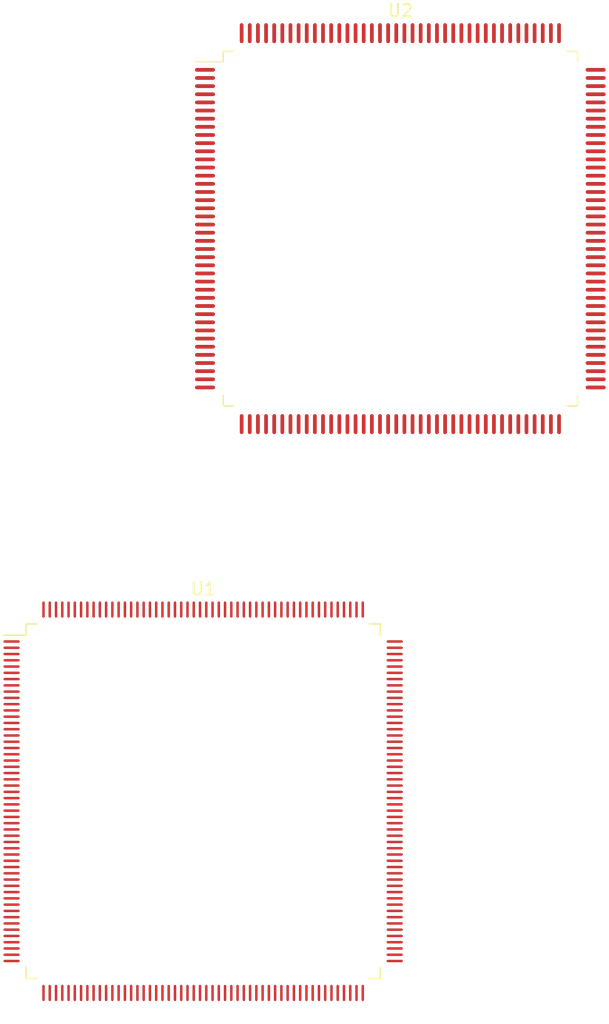
<source format=kicad_pcb>
(kicad_pcb (version 20241229) (generator "pcbnew") (generator_version "9.0")
  (layers (0 "F.Cu" signal) (2 "B.Cu" signal) (13 "F.Paste" user) (15 "B.Paste" user) (5 "F.SilkS" user "F.Silkscreen") (7 "B.SilkS" user "B.Silkscreen") (1 "F.Mask" user) (3 "B.Mask" user) (25 "Edge.Cuts" user))
  (net 0 "")
  (net 21 "Net-(U1-VSS-Pad106)")
  (net 47 "Net-(U1-VDD-Pad107)")
  (net 193 "Net-(U2-VSS-Pad108)")
  (net 204 "Net-(U2-VDD-Pad111)")
  (footprint "Library:85c496" (layer "F.Cu") (at 113.75 136.2)
    (property "Reference" "U1" (at 0 -16.95 0) (layer "F.SilkS"))
    (property "Value" "~")
    (fp_line (start -14.15 -14.15) (end -14.15 -13.25) (stroke (width 0.12)) (layer "F.SilkS"))
    (fp_line (start -14.15 -13.25) (end -15.95 -13.25) (stroke (width 0.12)) (layer "F.SilkS"))
    (fp_line (start -14.15 14.15) (end -14.15 13.25) (stroke (width 0.12)) (layer "F.SilkS"))
    (fp_line (start -13.25 -14.15) (end -14.15 -14.15) (stroke (width 0.12)) (layer "F.SilkS"))
    (fp_line (start -13.25 14.15) (end -14.15 14.15) (stroke (width 0.12)) (layer "F.SilkS"))
    (fp_line (start 13.25 -14.15) (end 14.15 -14.15) (stroke (width 0.12)) (layer "F.SilkS"))
    (fp_line (start 13.25 14.15) (end 14.15 14.15) (stroke (width 0.12)) (layer "F.SilkS"))
    (fp_line (start 14.15 -14.15) (end 14.15 -13.25) (stroke (width 0.12)) (layer "F.SilkS"))
    (fp_line (start 14.15 14.15) (end 14.15 13.25) (stroke (width 0.12)) (layer "F.SilkS"))
    (pad "1" smd oval (at -15.3 -12.75 90) (size 0.2 1.3) (layers "F.Cu" "F.Mask" "F.Paste"))
    (pad "2" smd oval (at -15.3 -12.25 90) (size 0.2 1.3) (layers "F.Cu" "F.Mask" "F.Paste"))
    (pad "3" smd oval (at -15.3 -11.75 90) (size 0.2 1.3) (layers "F.Cu" "F.Mask" "F.Paste"))
    (pad "4" smd oval (at -15.3 -11.25 90) (size 0.2 1.3) (layers "F.Cu" "F.Mask" "F.Paste"))
    (pad "5" smd oval (at -15.3 -10.75 90) (size 0.2 1.3) (layers "F.Cu" "F.Mask" "F.Paste") (net 21 "Net-(U1-VSS-Pad106)"))
    (pad "6" smd oval (at -15.3 -10.25 90) (size 0.2 1.3) (layers "F.Cu" "F.Mask" "F.Paste"))
    (pad "7" smd oval (at -15.3 -9.75 90) (size 0.2 1.3) (layers "F.Cu" "F.Mask" "F.Paste"))
    (pad "8" smd oval (at -15.3 -9.25 90) (size 0.2 1.3) (layers "F.Cu" "F.Mask" "F.Paste"))
    (pad "9" smd oval (at -15.3 -8.75 90) (size 0.2 1.3) (layers "F.Cu" "F.Mask" "F.Paste") (net 47 "Net-(U1-VDD-Pad107)"))
    (pad "10" smd oval (at -15.3 -8.25 90) (size 0.2 1.3) (layers "F.Cu" "F.Mask" "F.Paste"))
    (pad "11" smd oval (at -15.3 -7.75 90) (size 0.2 1.3) (layers "F.Cu" "F.Mask" "F.Paste"))
    (pad "12" smd oval (at -15.3 -7.25 90) (size 0.2 1.3) (layers "F.Cu" "F.Mask" "F.Paste"))
    (pad "13" smd oval (at -15.3 -6.75 90) (size 0.2 1.3) (layers "F.Cu" "F.Mask" "F.Paste"))
    (pad "14" smd oval (at -15.3 -6.25 90) (size 0.2 1.3) (layers "F.Cu" "F.Mask" "F.Paste"))
    (pad "15" smd oval (at -15.3 -5.75 90) (size 0.2 1.3) (layers "F.Cu" "F.Mask" "F.Paste"))
    (pad "16" smd oval (at -15.3 -5.25 90) (size 0.2 1.3) (layers "F.Cu" "F.Mask" "F.Paste"))
    (pad "17" smd oval (at -15.3 -4.75 90) (size 0.2 1.3) (layers "F.Cu" "F.Mask" "F.Paste"))
    (pad "18" smd oval (at -15.3 -4.25 90) (size 0.2 1.3) (layers "F.Cu" "F.Mask" "F.Paste"))
    (pad "19" smd oval (at -15.3 -3.75 90) (size 0.2 1.3) (layers "F.Cu" "F.Mask" "F.Paste"))
    (pad "20" smd oval (at -15.3 -3.25 90) (size 0.2 1.3) (layers "F.Cu" "F.Mask" "F.Paste"))
    (pad "21" smd oval (at -15.3 -2.75 90) (size 0.2 1.3) (layers "F.Cu" "F.Mask" "F.Paste"))
    (pad "22" smd oval (at -15.3 -2.25 90) (size 0.2 1.3) (layers "F.Cu" "F.Mask" "F.Paste"))
    (pad "23" smd oval (at -15.3 -1.75 90) (size 0.2 1.3) (layers "F.Cu" "F.Mask" "F.Paste"))
    (pad "24" smd oval (at -15.3 -1.25 90) (size 0.2 1.3) (layers "F.Cu" "F.Mask" "F.Paste"))
    (pad "25" smd oval (at -15.3 -0.75 90) (size 0.2 1.3) (layers "F.Cu" "F.Mask" "F.Paste"))
    (pad "26" smd oval (at -15.3 -0.25 90) (size 0.2 1.3) (layers "F.Cu" "F.Mask" "F.Paste"))
    (pad "27" smd oval (at -15.3 0.25 90) (size 0.2 1.3) (layers "F.Cu" "F.Mask" "F.Paste"))
    (pad "28" smd oval (at -15.3 0.75 90) (size 0.2 1.3) (layers "F.Cu" "F.Mask" "F.Paste"))
    (pad "29" smd oval (at -15.3 1.25 90) (size 0.2 1.3) (layers "F.Cu" "F.Mask" "F.Paste"))
    (pad "30" smd oval (at -15.3 1.75 90) (size 0.2 1.3) (layers "F.Cu" "F.Mask" "F.Paste"))
    (pad "31" smd oval (at -15.3 2.25 90) (size 0.2 1.3) (layers "F.Cu" "F.Mask" "F.Paste"))
    (pad "32" smd oval (at -15.3 2.75 90) (size 0.2 1.3) (layers "F.Cu" "F.Mask" "F.Paste") (net 21 "Net-(U1-VSS-Pad106)"))
    (pad "33" smd oval (at -15.3 3.25 90) (size 0.2 1.3) (layers "F.Cu" "F.Mask" "F.Paste"))
    (pad "34" smd oval (at -15.3 3.75 90) (size 0.2 1.3) (layers "F.Cu" "F.Mask" "F.Paste"))
    (pad "35" smd oval (at -15.3 4.25 90) (size 0.2 1.3) (layers "F.Cu" "F.Mask" "F.Paste"))
    (pad "36" smd oval (at -15.3 4.75 90) (size 0.2 1.3) (layers "F.Cu" "F.Mask" "F.Paste"))
    (pad "37" smd oval (at -15.3 5.25 90) (size 0.2 1.3) (layers "F.Cu" "F.Mask" "F.Paste"))
    (pad "38" smd oval (at -15.3 5.75 90) (size 0.2 1.3) (layers "F.Cu" "F.Mask" "F.Paste"))
    (pad "39" smd oval (at -15.3 6.25 90) (size 0.2 1.3) (layers "F.Cu" "F.Mask" "F.Paste"))
    (pad "40" smd oval (at -15.3 6.75 90) (size 0.2 1.3) (layers "F.Cu" "F.Mask" "F.Paste"))
    (pad "41" smd oval (at -15.3 7.25 90) (size 0.2 1.3) (layers "F.Cu" "F.Mask" "F.Paste"))
    (pad "42" smd oval (at -15.3 7.75 90) (size 0.2 1.3) (layers "F.Cu" "F.Mask" "F.Paste"))
    (pad "43" smd oval (at -15.3 8.25 90) (size 0.2 1.3) (layers "F.Cu" "F.Mask" "F.Paste") (net 47 "Net-(U1-VDD-Pad107)"))
    (pad "44" smd oval (at -15.3 8.75 90) (size 0.2 1.3) (layers "F.Cu" "F.Mask" "F.Paste"))
    (pad "45" smd oval (at -15.3 9.25 90) (size 0.2 1.3) (layers "F.Cu" "F.Mask" "F.Paste"))
    (pad "46" smd oval (at -15.3 9.75 90) (size 0.2 1.3) (layers "F.Cu" "F.Mask" "F.Paste"))
    (pad "47" smd oval (at -15.3 10.25 90) (size 0.2 1.3) (layers "F.Cu" "F.Mask" "F.Paste"))
    (pad "48" smd oval (at -15.3 10.75 90) (size 0.2 1.3) (layers "F.Cu" "F.Mask" "F.Paste"))
    (pad "49" smd oval (at -15.3 11.25 90) (size 0.2 1.3) (layers "F.Cu" "F.Mask" "F.Paste") (net 21 "Net-(U1-VSS-Pad106)"))
    (pad "50" smd oval (at -15.3 11.75 90) (size 0.2 1.3) (layers "F.Cu" "F.Mask" "F.Paste"))
    (pad "51" smd oval (at -15.3 12.25 90) (size 0.2 1.3) (layers "F.Cu" "F.Mask" "F.Paste"))
    (pad "52" smd oval (at -15.3 12.75 90) (size 0.2 1.3) (layers "F.Cu" "F.Mask" "F.Paste"))
    (pad "53" smd oval (at -12.75 15.3) (size 0.2 1.3) (layers "F.Cu" "F.Mask" "F.Paste"))
    (pad "54" smd oval (at -12.25 15.3) (size 0.2 1.3) (layers "F.Cu" "F.Mask" "F.Paste"))
    (pad "55" smd oval (at -11.75 15.3) (size 0.2 1.3) (layers "F.Cu" "F.Mask" "F.Paste"))
    (pad "56" smd oval (at -11.25 15.3) (size 0.2 1.3) (layers "F.Cu" "F.Mask" "F.Paste"))
    (pad "57" smd oval (at -10.75 15.3) (size 0.2 1.3) (layers "F.Cu" "F.Mask" "F.Paste"))
    (pad "58" smd oval (at -10.25 15.3) (size 0.2 1.3) (layers "F.Cu" "F.Mask" "F.Paste"))
    (pad "59" smd oval (at -9.75 15.3) (size 0.2 1.3) (layers "F.Cu" "F.Mask" "F.Paste"))
    (pad "60" smd oval (at -9.25 15.3) (size 0.2 1.3) (layers "F.Cu" "F.Mask" "F.Paste"))
    (pad "61" smd oval (at -8.75 15.3) (size 0.2 1.3) (layers "F.Cu" "F.Mask" "F.Paste"))
    (pad "62" smd oval (at -8.25 15.3) (size 0.2 1.3) (layers "F.Cu" "F.Mask" "F.Paste"))
    (pad "63" smd oval (at -7.75 15.3) (size 0.2 1.3) (layers "F.Cu" "F.Mask" "F.Paste"))
    (pad "64" smd oval (at -7.25 15.3) (size 0.2 1.3) (layers "F.Cu" "F.Mask" "F.Paste"))
    (pad "65" smd oval (at -6.75 15.3) (size 0.2 1.3) (layers "F.Cu" "F.Mask" "F.Paste"))
    (pad "66" smd oval (at -6.25 15.3) (size 0.2 1.3) (layers "F.Cu" "F.Mask" "F.Paste"))
    (pad "67" smd oval (at -5.75 15.3) (size 0.2 1.3) (layers "F.Cu" "F.Mask" "F.Paste"))
    (pad "68" smd oval (at -5.25 15.3) (size 0.2 1.3) (layers "F.Cu" "F.Mask" "F.Paste"))
    (pad "69" smd oval (at -4.75 15.3) (size 0.2 1.3) (layers "F.Cu" "F.Mask" "F.Paste"))
    (pad "70" smd oval (at -4.25 15.3) (size 0.2 1.3) (layers "F.Cu" "F.Mask" "F.Paste"))
    (pad "71" smd oval (at -3.75 15.3) (size 0.2 1.3) (layers "F.Cu" "F.Mask" "F.Paste"))
    (pad "72" smd oval (at -3.25 15.3) (size 0.2 1.3) (layers "F.Cu" "F.Mask" "F.Paste") (net 21 "Net-(U1-VSS-Pad106)"))
    (pad "73" smd oval (at -2.75 15.3) (size 0.2 1.3) (layers "F.Cu" "F.Mask" "F.Paste"))
    (pad "74" smd oval (at -2.25 15.3) (size 0.2 1.3) (layers "F.Cu" "F.Mask" "F.Paste"))
    (pad "75" smd oval (at -1.75 15.3) (size 0.2 1.3) (layers "F.Cu" "F.Mask" "F.Paste"))
    (pad "76" smd oval (at -1.25 15.3) (size 0.2 1.3) (layers "F.Cu" "F.Mask" "F.Paste"))
    (pad "77" smd oval (at -0.75 15.3) (size 0.2 1.3) (layers "F.Cu" "F.Mask" "F.Paste"))
    (pad "78" smd oval (at -0.25 15.3) (size 0.2 1.3) (layers "F.Cu" "F.Mask" "F.Paste"))
    (pad "79" smd oval (at 0.25 15.3) (size 0.2 1.3) (layers "F.Cu" "F.Mask" "F.Paste"))
    (pad "80" smd oval (at 0.75 15.3) (size 0.2 1.3) (layers "F.Cu" "F.Mask" "F.Paste") (net 47 "Net-(U1-VDD-Pad107)"))
    (pad "81" smd oval (at 1.25 15.3) (size 0.2 1.3) (layers "F.Cu" "F.Mask" "F.Paste"))
    (pad "82" smd oval (at 1.75 15.3) (size 0.2 1.3) (layers "F.Cu" "F.Mask" "F.Paste") (net 21 "Net-(U1-VSS-Pad106)"))
    (pad "83" smd oval (at 2.25 15.3) (size 0.2 1.3) (layers "F.Cu" "F.Mask" "F.Paste"))
    (pad "84" smd oval (at 2.75 15.3) (size 0.2 1.3) (layers "F.Cu" "F.Mask" "F.Paste"))
    (pad "85" smd oval (at 3.25 15.3) (size 0.2 1.3) (layers "F.Cu" "F.Mask" "F.Paste"))
    (pad "86" smd oval (at 3.75 15.3) (size 0.2 1.3) (layers "F.Cu" "F.Mask" "F.Paste"))
    (pad "87" smd oval (at 4.25 15.3) (size 0.2 1.3) (layers "F.Cu" "F.Mask" "F.Paste"))
    (pad "88" smd oval (at 4.75 15.3) (size 0.2 1.3) (layers "F.Cu" "F.Mask" "F.Paste"))
    (pad "89" smd oval (at 5.25 15.3) (size 0.2 1.3) (layers "F.Cu" "F.Mask" "F.Paste"))
    (pad "90" smd oval (at 5.75 15.3) (size 0.2 1.3) (layers "F.Cu" "F.Mask" "F.Paste") (net 21 "Net-(U1-VSS-Pad106)"))
    (pad "91" smd oval (at 6.25 15.3) (size 0.2 1.3) (layers "F.Cu" "F.Mask" "F.Paste"))
    (pad "92" smd oval (at 6.75 15.3) (size 0.2 1.3) (layers "F.Cu" "F.Mask" "F.Paste"))
    (pad "93" smd oval (at 7.25 15.3) (size 0.2 1.3) (layers "F.Cu" "F.Mask" "F.Paste"))
    (pad "94" smd oval (at 7.75 15.3) (size 0.2 1.3) (layers "F.Cu" "F.Mask" "F.Paste"))
    (pad "95" smd oval (at 8.25 15.3) (size 0.2 1.3) (layers "F.Cu" "F.Mask" "F.Paste"))
    (pad "96" smd oval (at 8.75 15.3) (size 0.2 1.3) (layers "F.Cu" "F.Mask" "F.Paste"))
    (pad "97" smd oval (at 9.25 15.3) (size 0.2 1.3) (layers "F.Cu" "F.Mask" "F.Paste"))
    (pad "98" smd oval (at 9.75 15.3) (size 0.2 1.3) (layers "F.Cu" "F.Mask" "F.Paste"))
    (pad "99" smd oval (at 10.25 15.3) (size 0.2 1.3) (layers "F.Cu" "F.Mask" "F.Paste"))
    (pad "100" smd oval (at 10.75 15.3) (size 0.2 1.3) (layers "F.Cu" "F.Mask" "F.Paste"))
    (pad "101" smd oval (at 11.25 15.3) (size 0.2 1.3) (layers "F.Cu" "F.Mask" "F.Paste"))
    (pad "102" smd oval (at 11.75 15.3) (size 0.2 1.3) (layers "F.Cu" "F.Mask" "F.Paste"))
    (pad "103" smd oval (at 12.25 15.3) (size 0.2 1.3) (layers "F.Cu" "F.Mask" "F.Paste"))
    (pad "104" smd oval (at 12.75 15.3) (size 0.2 1.3) (layers "F.Cu" "F.Mask" "F.Paste"))
    (pad "105" smd oval (at 15.3 12.75 90) (size 0.2 1.3) (layers "F.Cu" "F.Mask" "F.Paste"))
    (pad "106" smd oval (at 15.3 12.25 90) (size 0.2 1.3) (layers "F.Cu" "F.Mask" "F.Paste") (net 21 "Net-(U1-VSS-Pad106)"))
    (pad "107" smd oval (at 15.3 11.75 90) (size 0.2 1.3) (layers "F.Cu" "F.Mask" "F.Paste") (net 47 "Net-(U1-VDD-Pad107)"))
    (pad "108" smd oval (at 15.3 11.25 90) (size 0.2 1.3) (layers "F.Cu" "F.Mask" "F.Paste"))
    (pad "109" smd oval (at 15.3 10.75 90) (size 0.2 1.3) (layers "F.Cu" "F.Mask" "F.Paste"))
    (pad "110" smd oval (at 15.3 10.25 90) (size 0.2 1.3) (layers "F.Cu" "F.Mask" "F.Paste"))
    (pad "111" smd oval (at 15.3 9.75 90) (size 0.2 1.3) (layers "F.Cu" "F.Mask" "F.Paste"))
    (pad "112" smd oval (at 15.3 9.25 90) (size 0.2 1.3) (layers "F.Cu" "F.Mask" "F.Paste"))
    (pad "113" smd oval (at 15.3 8.75 90) (size 0.2 1.3) (layers "F.Cu" "F.Mask" "F.Paste"))
    (pad "114" smd oval (at 15.3 8.25 90) (size 0.2 1.3) (layers "F.Cu" "F.Mask" "F.Paste"))
    (pad "115" smd oval (at 15.3 7.75 90) (size 0.2 1.3) (layers "F.Cu" "F.Mask" "F.Paste"))
    (pad "116" smd oval (at 15.3 7.25 90) (size 0.2 1.3) (layers "F.Cu" "F.Mask" "F.Paste"))
    (pad "117" smd oval (at 15.3 6.75 90) (size 0.2 1.3) (layers "F.Cu" "F.Mask" "F.Paste"))
    (pad "118" smd oval (at 15.3 6.25 90) (size 0.2 1.3) (layers "F.Cu" "F.Mask" "F.Paste"))
    (pad "119" smd oval (at 15.3 5.75 90) (size 0.2 1.3) (layers "F.Cu" "F.Mask" "F.Paste"))
    (pad "120" smd oval (at 15.3 5.25 90) (size 0.2 1.3) (layers "F.Cu" "F.Mask" "F.Paste"))
    (pad "121" smd oval (at 15.3 4.75 90) (size 0.2 1.3) (layers "F.Cu" "F.Mask" "F.Paste"))
    (pad "122" smd oval (at 15.3 4.25 90) (size 0.2 1.3) (layers "F.Cu" "F.Mask" "F.Paste"))
    (pad "123" smd oval (at 15.3 3.75 90) (size 0.2 1.3) (layers "F.Cu" "F.Mask" "F.Paste") (net 21 "Net-(U1-VSS-Pad106)"))
    (pad "124" smd oval (at 15.3 3.25 90) (size 0.2 1.3) (layers "F.Cu" "F.Mask" "F.Paste"))
    (pad "125" smd oval (at 15.3 2.75 90) (size 0.2 1.3) (layers "F.Cu" "F.Mask" "F.Paste"))
    (pad "126" smd oval (at 15.3 2.25 90) (size 0.2 1.3) (layers "F.Cu" "F.Mask" "F.Paste"))
    (pad "127" smd oval (at 15.3 1.75 90) (size 0.2 1.3) (layers "F.Cu" "F.Mask" "F.Paste"))
    (pad "128" smd oval (at 15.3 1.25 90) (size 0.2 1.3) (layers "F.Cu" "F.Mask" "F.Paste"))
    (pad "129" smd oval (at 15.3 0.75 90) (size 0.2 1.3) (layers "F.Cu" "F.Mask" "F.Paste"))
    (pad "130" smd oval (at 15.3 0.25 90) (size 0.2 1.3) (layers "F.Cu" "F.Mask" "F.Paste"))
    (pad "131" smd oval (at 15.3 -0.25 90) (size 0.2 1.3) (layers "F.Cu" "F.Mask" "F.Paste"))
    (pad "132" smd oval (at 15.3 -0.75 90) (size 0.2 1.3) (layers "F.Cu" "F.Mask" "F.Paste"))
    (pad "133" smd oval (at 15.3 -1.25 90) (size 0.2 1.3) (layers "F.Cu" "F.Mask" "F.Paste"))
    (pad "134" smd oval (at 15.3 -1.75 90) (size 0.2 1.3) (layers "F.Cu" "F.Mask" "F.Paste"))
    (pad "135" smd oval (at 15.3 -2.25 90) (size 0.2 1.3) (layers "F.Cu" "F.Mask" "F.Paste"))
    (pad "136" smd oval (at 15.3 -2.75 90) (size 0.2 1.3) (layers "F.Cu" "F.Mask" "F.Paste"))
    (pad "137" smd oval (at 15.3 -3.25 90) (size 0.2 1.3) (layers "F.Cu" "F.Mask" "F.Paste"))
    (pad "138" smd oval (at 15.3 -3.75 90) (size 0.2 1.3) (layers "F.Cu" "F.Mask" "F.Paste"))
    (pad "139" smd oval (at 15.3 -4.25 90) (size 0.2 1.3) (layers "F.Cu" "F.Mask" "F.Paste"))
    (pad "140" smd oval (at 15.3 -4.75 90) (size 0.2 1.3) (layers "F.Cu" "F.Mask" "F.Paste"))
    (pad "141" smd oval (at 15.3 -5.25 90) (size 0.2 1.3) (layers "F.Cu" "F.Mask" "F.Paste"))
    (pad "142" smd oval (at 15.3 -5.75 90) (size 0.2 1.3) (layers "F.Cu" "F.Mask" "F.Paste"))
    (pad "143" smd oval (at 15.3 -6.25 90) (size 0.2 1.3) (layers "F.Cu" "F.Mask" "F.Paste"))
    (pad "144" smd oval (at 15.3 -6.75 90) (size 0.2 1.3) (layers "F.Cu" "F.Mask" "F.Paste"))
    (pad "145" smd oval (at 15.3 -7.25 90) (size 0.2 1.3) (layers "F.Cu" "F.Mask" "F.Paste"))
    (pad "146" smd oval (at 15.3 -7.75 90) (size 0.2 1.3) (layers "F.Cu" "F.Mask" "F.Paste") (net 47 "Net-(U1-VDD-Pad107)"))
    (pad "147" smd oval (at 15.3 -8.25 90) (size 0.2 1.3) (layers "F.Cu" "F.Mask" "F.Paste"))
    (pad "148" smd oval (at 15.3 -8.75 90) (size 0.2 1.3) (layers "F.Cu" "F.Mask" "F.Paste"))
    (pad "149" smd oval (at 15.3 -9.25 90) (size 0.2 1.3) (layers "F.Cu" "F.Mask" "F.Paste"))
    (pad "150" smd oval (at 15.3 -9.75 90) (size 0.2 1.3) (layers "F.Cu" "F.Mask" "F.Paste") (net 21 "Net-(U1-VSS-Pad106)"))
    (pad "151" smd oval (at 15.3 -10.25 90) (size 0.2 1.3) (layers "F.Cu" "F.Mask" "F.Paste"))
    (pad "152" smd oval (at 15.3 -10.75 90) (size 0.2 1.3) (layers "F.Cu" "F.Mask" "F.Paste"))
    (pad "153" smd oval (at 15.3 -11.25 90) (size 0.2 1.3) (layers "F.Cu" "F.Mask" "F.Paste"))
    (pad "154" smd oval (at 15.3 -11.75 90) (size 0.2 1.3) (layers "F.Cu" "F.Mask" "F.Paste"))
    (pad "155" smd oval (at 15.3 -12.25 90) (size 0.2 1.3) (layers "F.Cu" "F.Mask" "F.Paste"))
    (pad "156" smd oval (at 15.3 -12.75 90) (size 0.2 1.3) (layers "F.Cu" "F.Mask" "F.Paste"))
    (pad "157" smd oval (at 12.75 -15.3) (size 0.2 1.3) (layers "F.Cu" "F.Mask" "F.Paste"))
    (pad "158" smd oval (at 12.25 -15.3) (size 0.2 1.3) (layers "F.Cu" "F.Mask" "F.Paste"))
    (pad "159" smd oval (at 11.75 -15.3) (size 0.2 1.3) (layers "F.Cu" "F.Mask" "F.Paste"))
    (pad "160" smd oval (at 11.25 -15.3) (size 0.2 1.3) (layers "F.Cu" "F.Mask" "F.Paste"))
    (pad "161" smd oval (at 10.75 -15.3) (size 0.2 1.3) (layers "F.Cu" "F.Mask" "F.Paste"))
    (pad "162" smd oval (at 10.25 -15.3) (size 0.2 1.3) (layers "F.Cu" "F.Mask" "F.Paste"))
    (pad "163" smd oval (at 9.75 -15.3) (size 0.2 1.3) (layers "F.Cu" "F.Mask" "F.Paste"))
    (pad "164" smd oval (at 9.25 -15.3) (size 0.2 1.3) (layers "F.Cu" "F.Mask" "F.Paste"))
    (pad "165" smd oval (at 8.75 -15.3) (size 0.2 1.3) (layers "F.Cu" "F.Mask" "F.Paste"))
    (pad "166" smd oval (at 8.25 -15.3) (size 0.2 1.3) (layers "F.Cu" "F.Mask" "F.Paste"))
    (pad "167" smd oval (at 7.75 -15.3) (size 0.2 1.3) (layers "F.Cu" "F.Mask" "F.Paste"))
    (pad "168" smd oval (at 7.25 -15.3) (size 0.2 1.3) (layers "F.Cu" "F.Mask" "F.Paste"))
    (pad "169" smd oval (at 6.75 -15.3) (size 0.2 1.3) (layers "F.Cu" "F.Mask" "F.Paste"))
    (pad "170" smd oval (at 6.25 -15.3) (size 0.2 1.3) (layers "F.Cu" "F.Mask" "F.Paste"))
    (pad "171" smd oval (at 5.75 -15.3) (size 0.2 1.3) (layers "F.Cu" "F.Mask" "F.Paste"))
    (pad "172" smd oval (at 5.25 -15.3) (size 0.2 1.3) (layers "F.Cu" "F.Mask" "F.Paste"))
    (pad "173" smd oval (at 4.75 -15.3) (size 0.2 1.3) (layers "F.Cu" "F.Mask" "F.Paste"))
    (pad "174" smd oval (at 4.25 -15.3) (size 0.2 1.3) (layers "F.Cu" "F.Mask" "F.Paste"))
    (pad "175" smd oval (at 3.75 -15.3) (size 0.2 1.3) (layers "F.Cu" "F.Mask" "F.Paste") (net 21 "Net-(U1-VSS-Pad106)"))
    (pad "176" smd oval (at 3.25 -15.3) (size 0.2 1.3) (layers "F.Cu" "F.Mask" "F.Paste"))
    (pad "177" smd oval (at 2.75 -15.3) (size 0.2 1.3) (layers "F.Cu" "F.Mask" "F.Paste"))
    (pad "178" smd oval (at 2.25 -15.3) (size 0.2 1.3) (layers "F.Cu" "F.Mask" "F.Paste"))
    (pad "179" smd oval (at 1.75 -15.3) (size 0.2 1.3) (layers "F.Cu" "F.Mask" "F.Paste"))
    (pad "180" smd oval (at 1.25 -15.3) (size 0.2 1.3) (layers "F.Cu" "F.Mask" "F.Paste"))
    (pad "181" smd oval (at 0.75 -15.3) (size 0.2 1.3) (layers "F.Cu" "F.Mask" "F.Paste"))
    (pad "182" smd oval (at 0.25 -15.3) (size 0.2 1.3) (layers "F.Cu" "F.Mask" "F.Paste"))
    (pad "183" smd oval (at -0.25 -15.3) (size 0.2 1.3) (layers "F.Cu" "F.Mask" "F.Paste"))
    (pad "184" smd oval (at -0.75 -15.3) (size 0.2 1.3) (layers "F.Cu" "F.Mask" "F.Paste") (net 47 "Net-(U1-VDD-Pad107)"))
    (pad "185" smd oval (at -1.25 -15.3) (size 0.2 1.3) (layers "F.Cu" "F.Mask" "F.Paste"))
    (pad "186" smd oval (at -1.75 -15.3) (size 0.2 1.3) (layers "F.Cu" "F.Mask" "F.Paste") (net 21 "Net-(U1-VSS-Pad106)"))
    (pad "187" smd oval (at -2.25 -15.3) (size 0.2 1.3) (layers "F.Cu" "F.Mask" "F.Paste"))
    (pad "188" smd oval (at -2.75 -15.3) (size 0.2 1.3) (layers "F.Cu" "F.Mask" "F.Paste"))
    (pad "189" smd oval (at -3.25 -15.3) (size 0.2 1.3) (layers "F.Cu" "F.Mask" "F.Paste"))
    (pad "190" smd oval (at -3.75 -15.3) (size 0.2 1.3) (layers "F.Cu" "F.Mask" "F.Paste"))
    (pad "191" smd oval (at -4.25 -15.3) (size 0.2 1.3) (layers "F.Cu" "F.Mask" "F.Paste"))
    (pad "192" smd oval (at -4.75 -15.3) (size 0.2 1.3) (layers "F.Cu" "F.Mask" "F.Paste"))
    (pad "193" smd oval (at -5.25 -15.3) (size 0.2 1.3) (layers "F.Cu" "F.Mask" "F.Paste") (net 21 "Net-(U1-VSS-Pad106)"))
    (pad "194" smd oval (at -5.75 -15.3) (size 0.2 1.3) (layers "F.Cu" "F.Mask" "F.Paste"))
    (pad "195" smd oval (at -6.25 -15.3) (size 0.2 1.3) (layers "F.Cu" "F.Mask" "F.Paste"))
    (pad "196" smd oval (at -6.75 -15.3) (size 0.2 1.3) (layers "F.Cu" "F.Mask" "F.Paste"))
    (pad "197" smd oval (at -7.25 -15.3) (size 0.2 1.3) (layers "F.Cu" "F.Mask" "F.Paste"))
    (pad "198" smd oval (at -7.75 -15.3) (size 0.2 1.3) (layers "F.Cu" "F.Mask" "F.Paste"))
    (pad "199" smd oval (at -8.25 -15.3) (size 0.2 1.3) (layers "F.Cu" "F.Mask" "F.Paste"))
    (pad "200" smd oval (at -8.75 -15.3) (size 0.2 1.3) (layers "F.Cu" "F.Mask" "F.Paste"))
    (pad "201" smd oval (at -9.25 -15.3) (size 0.2 1.3) (layers "F.Cu" "F.Mask" "F.Paste"))
    (pad "202" smd oval (at -9.75 -15.3) (size 0.2 1.3) (layers "F.Cu" "F.Mask" "F.Paste"))
    (pad "203" smd oval (at -10.25 -15.3) (size 0.2 1.3) (layers "F.Cu" "F.Mask" "F.Paste"))
    (pad "204" smd oval (at -10.75 -15.3) (size 0.2 1.3) (layers "F.Cu" "F.Mask" "F.Paste"))
    (pad "205" smd oval (at -11.25 -15.3) (size 0.2 1.3) (layers "F.Cu" "F.Mask" "F.Paste"))
    (pad "206" smd oval (at -11.75 -15.3) (size 0.2 1.3) (layers "F.Cu" "F.Mask" "F.Paste"))
    (pad "207" smd oval (at -12.25 -15.3) (size 0.2 1.3) (layers "F.Cu" "F.Mask" "F.Paste"))
    (pad "208" smd oval (at -12.75 -15.3) (size 0.2 1.3) (layers "F.Cu" "F.Mask" "F.Paste"))
  )
  (footprint "Library:85C497" (layer "F.Cu") (at 129.5 90.5)
    (property "Reference" "U2" (at 0 -17.4 0) (layer "F.SilkS"))
    (property "Value" "~")
    (fp_line (start -14.15 -14.15) (end -14.15 -13.325) (stroke (width 0.12)) (layer "F.SilkS"))
    (fp_line (start -14.15 -13.325) (end -16.4 -13.325) (stroke (width 0.12)) (layer "F.SilkS"))
    (fp_line (start -14.15 14.15) (end -14.15 13.325) (stroke (width 0.12)) (layer "F.SilkS"))
    (fp_line (start -13.325 -14.15) (end -14.15 -14.15) (stroke (width 0.12)) (layer "F.SilkS"))
    (fp_line (start -13.325 14.15) (end -14.15 14.15) (stroke (width 0.12)) (layer "F.SilkS"))
    (fp_line (start 13.325 -14.15) (end 14.15 -14.15) (stroke (width 0.12)) (layer "F.SilkS"))
    (fp_line (start 13.325 14.15) (end 14.15 14.15) (stroke (width 0.12)) (layer "F.SilkS"))
    (fp_line (start 14.15 -14.15) (end 14.15 -13.325) (stroke (width 0.12)) (layer "F.SilkS"))
    (fp_line (start 14.15 14.15) (end 14.15 13.325) (stroke (width 0.12)) (layer "F.SilkS"))
    (pad "1" smd oval (at -15.6 -12.675 90) (size 0.3 1.6) (layers "F.Cu" "F.Mask" "F.Paste"))
    (pad "2" smd oval (at -15.6 -12.025 90) (size 0.3 1.6) (layers "F.Cu" "F.Mask" "F.Paste"))
    (pad "3" smd oval (at -15.6 -11.375 90) (size 0.3 1.6) (layers "F.Cu" "F.Mask" "F.Paste"))
    (pad "4" smd oval (at -15.6 -10.725 90) (size 0.3 1.6) (layers "F.Cu" "F.Mask" "F.Paste"))
    (pad "5" smd oval (at -15.6 -10.075 90) (size 0.3 1.6) (layers "F.Cu" "F.Mask" "F.Paste"))
    (pad "6" smd oval (at -15.6 -9.425 90) (size 0.3 1.6) (layers "F.Cu" "F.Mask" "F.Paste"))
    (pad "7" smd oval (at -15.6 -8.775 90) (size 0.3 1.6) (layers "F.Cu" "F.Mask" "F.Paste"))
    (pad "8" smd oval (at -15.6 -8.125 90) (size 0.3 1.6) (layers "F.Cu" "F.Mask" "F.Paste"))
    (pad "9" smd oval (at -15.6 -7.475 90) (size 0.3 1.6) (layers "F.Cu" "F.Mask" "F.Paste"))
    (pad "10" smd oval (at -15.6 -6.825 90) (size 0.3 1.6) (layers "F.Cu" "F.Mask" "F.Paste"))
    (pad "11" smd oval (at -15.6 -6.175 90) (size 0.3 1.6) (layers "F.Cu" "F.Mask" "F.Paste"))
    (pad "12" smd oval (at -15.6 -5.525 90) (size 0.3 1.6) (layers "F.Cu" "F.Mask" "F.Paste"))
    (pad "13" smd oval (at -15.6 -4.875 90) (size 0.3 1.6) (layers "F.Cu" "F.Mask" "F.Paste"))
    (pad "14" smd oval (at -15.6 -4.225 90) (size 0.3 1.6) (layers "F.Cu" "F.Mask" "F.Paste"))
    (pad "15" smd oval (at -15.6 -3.575 90) (size 0.3 1.6) (layers "F.Cu" "F.Mask" "F.Paste"))
    (pad "16" smd oval (at -15.6 -2.925 90) (size 0.3 1.6) (layers "F.Cu" "F.Mask" "F.Paste"))
    (pad "17" smd oval (at -15.6 -2.275 90) (size 0.3 1.6) (layers "F.Cu" "F.Mask" "F.Paste"))
    (pad "18" smd oval (at -15.6 -1.625 90) (size 0.3 1.6) (layers "F.Cu" "F.Mask" "F.Paste"))
    (pad "19" smd oval (at -15.6 -0.975 90) (size 0.3 1.6) (layers "F.Cu" "F.Mask" "F.Paste"))
    (pad "20" smd oval (at -15.6 -0.325 90) (size 0.3 1.6) (layers "F.Cu" "F.Mask" "F.Paste"))
    (pad "21" smd oval (at -15.6 0.325 90) (size 0.3 1.6) (layers "F.Cu" "F.Mask" "F.Paste"))
    (pad "22" smd oval (at -15.6 0.975 90) (size 0.3 1.6) (layers "F.Cu" "F.Mask" "F.Paste"))
    (pad "23" smd oval (at -15.6 1.625 90) (size 0.3 1.6) (layers "F.Cu" "F.Mask" "F.Paste"))
    (pad "24" smd oval (at -15.6 2.275 90) (size 0.3 1.6) (layers "F.Cu" "F.Mask" "F.Paste"))
    (pad "25" smd oval (at -15.6 2.925 90) (size 0.3 1.6) (layers "F.Cu" "F.Mask" "F.Paste") (net 204 "Net-(U2-VDD-Pad111)"))
    (pad "26" smd oval (at -15.6 3.575 90) (size 0.3 1.6) (layers "F.Cu" "F.Mask" "F.Paste"))
    (pad "27" smd oval (at -15.6 4.225 90) (size 0.3 1.6) (layers "F.Cu" "F.Mask" "F.Paste"))
    (pad "28" smd oval (at -15.6 4.875 90) (size 0.3 1.6) (layers "F.Cu" "F.Mask" "F.Paste"))
    (pad "29" smd oval (at -15.6 5.525 90) (size 0.3 1.6) (layers "F.Cu" "F.Mask" "F.Paste"))
    (pad "30" smd oval (at -15.6 6.175 90) (size 0.3 1.6) (layers "F.Cu" "F.Mask" "F.Paste") (net 193 "Net-(U2-VSS-Pad108)"))
    (pad "31" smd oval (at -15.6 6.825 90) (size 0.3 1.6) (layers "F.Cu" "F.Mask" "F.Paste"))
    (pad "32" smd oval (at -15.6 7.475 90) (size 0.3 1.6) (layers "F.Cu" "F.Mask" "F.Paste"))
    (pad "33" smd oval (at -15.6 8.125 90) (size 0.3 1.6) (layers "F.Cu" "F.Mask" "F.Paste"))
    (pad "34" smd oval (at -15.6 8.775 90) (size 0.3 1.6) (layers "F.Cu" "F.Mask" "F.Paste"))
    (pad "35" smd oval (at -15.6 9.425 90) (size 0.3 1.6) (layers "F.Cu" "F.Mask" "F.Paste"))
    (pad "36" smd oval (at -15.6 10.075 90) (size 0.3 1.6) (layers "F.Cu" "F.Mask" "F.Paste"))
    (pad "37" smd oval (at -15.6 10.725 90) (size 0.3 1.6) (layers "F.Cu" "F.Mask" "F.Paste"))
    (pad "38" smd oval (at -15.6 11.375 90) (size 0.3 1.6) (layers "F.Cu" "F.Mask" "F.Paste"))
    (pad "39" smd oval (at -15.6 12.025 90) (size 0.3 1.6) (layers "F.Cu" "F.Mask" "F.Paste"))
    (pad "40" smd oval (at -15.6 12.675 90) (size 0.3 1.6) (layers "F.Cu" "F.Mask" "F.Paste"))
    (pad "41" smd oval (at -12.675 15.6) (size 0.3 1.6) (layers "F.Cu" "F.Mask" "F.Paste"))
    (pad "42" smd oval (at -12.025 15.6) (size 0.3 1.6) (layers "F.Cu" "F.Mask" "F.Paste"))
    (pad "43" smd oval (at -11.375 15.6) (size 0.3 1.6) (layers "F.Cu" "F.Mask" "F.Paste"))
    (pad "44" smd oval (at -10.725 15.6) (size 0.3 1.6) (layers "F.Cu" "F.Mask" "F.Paste"))
    (pad "45" smd oval (at -10.075 15.6) (size 0.3 1.6) (layers "F.Cu" "F.Mask" "F.Paste"))
    (pad "46" smd oval (at -9.425 15.6) (size 0.3 1.6) (layers "F.Cu" "F.Mask" "F.Paste"))
    (pad "47" smd oval (at -8.775 15.6) (size 0.3 1.6) (layers "F.Cu" "F.Mask" "F.Paste"))
    (pad "48" smd oval (at -8.125 15.6) (size 0.3 1.6) (layers "F.Cu" "F.Mask" "F.Paste"))
    (pad "49" smd oval (at -7.475 15.6) (size 0.3 1.6) (layers "F.Cu" "F.Mask" "F.Paste") (net 193 "Net-(U2-VSS-Pad108)"))
    (pad "50" smd oval (at -6.825 15.6) (size 0.3 1.6) (layers "F.Cu" "F.Mask" "F.Paste"))
    (pad "51" smd oval (at -6.175 15.6) (size 0.3 1.6) (layers "F.Cu" "F.Mask" "F.Paste"))
    (pad "52" smd oval (at -5.525 15.6) (size 0.3 1.6) (layers "F.Cu" "F.Mask" "F.Paste") (net 204 "Net-(U2-VDD-Pad111)"))
    (pad "53" smd oval (at -4.875 15.6) (size 0.3 1.6) (layers "F.Cu" "F.Mask" "F.Paste"))
    (pad "54" smd oval (at -4.225 15.6) (size 0.3 1.6) (layers "F.Cu" "F.Mask" "F.Paste"))
    (pad "55" smd oval (at -3.575 15.6) (size 0.3 1.6) (layers "F.Cu" "F.Mask" "F.Paste"))
    (pad "56" smd oval (at -2.925 15.6) (size 0.3 1.6) (layers "F.Cu" "F.Mask" "F.Paste"))
    (pad "57" smd oval (at -2.275 15.6) (size 0.3 1.6) (layers "F.Cu" "F.Mask" "F.Paste") (net 193 "Net-(U2-VSS-Pad108)"))
    (pad "58" smd oval (at -1.625 15.6) (size 0.3 1.6) (layers "F.Cu" "F.Mask" "F.Paste"))
    (pad "59" smd oval (at -0.975 15.6) (size 0.3 1.6) (layers "F.Cu" "F.Mask" "F.Paste"))
    (pad "60" smd oval (at -0.325 15.6) (size 0.3 1.6) (layers "F.Cu" "F.Mask" "F.Paste"))
    (pad "61" smd oval (at 0.325 15.6) (size 0.3 1.6) (layers "F.Cu" "F.Mask" "F.Paste"))
    (pad "62" smd oval (at 0.975 15.6) (size 0.3 1.6) (layers "F.Cu" "F.Mask" "F.Paste"))
    (pad "63" smd oval (at 1.625 15.6) (size 0.3 1.6) (layers "F.Cu" "F.Mask" "F.Paste") (net 204 "Net-(U2-VDD-Pad111)"))
    (pad "64" smd oval (at 2.275 15.6) (size 0.3 1.6) (layers "F.Cu" "F.Mask" "F.Paste"))
    (pad "65" smd oval (at 2.925 15.6) (size 0.3 1.6) (layers "F.Cu" "F.Mask" "F.Paste") (net 193 "Net-(U2-VSS-Pad108)"))
    (pad "66" smd oval (at 3.575 15.6) (size 0.3 1.6) (layers "F.Cu" "F.Mask" "F.Paste"))
    (pad "67" smd oval (at 4.225 15.6) (size 0.3 1.6) (layers "F.Cu" "F.Mask" "F.Paste"))
    (pad "68" smd oval (at 4.875 15.6) (size 0.3 1.6) (layers "F.Cu" "F.Mask" "F.Paste"))
    (pad "69" smd oval (at 5.525 15.6) (size 0.3 1.6) (layers "F.Cu" "F.Mask" "F.Paste"))
    (pad "70" smd oval (at 6.175 15.6) (size 0.3 1.6) (layers "F.Cu" "F.Mask" "F.Paste"))
    (pad "71" smd oval (at 6.825 15.6) (size 0.3 1.6) (layers "F.Cu" "F.Mask" "F.Paste"))
    (pad "72" smd oval (at 7.475 15.6) (size 0.3 1.6) (layers "F.Cu" "F.Mask" "F.Paste"))
    (pad "73" smd oval (at 8.125 15.6) (size 0.3 1.6) (layers "F.Cu" "F.Mask" "F.Paste"))
    (pad "74" smd oval (at 8.775 15.6) (size 0.3 1.6) (layers "F.Cu" "F.Mask" "F.Paste"))
    (pad "75" smd oval (at 9.425 15.6) (size 0.3 1.6) (layers "F.Cu" "F.Mask" "F.Paste"))
    (pad "76" smd oval (at 10.075 15.6) (size 0.3 1.6) (layers "F.Cu" "F.Mask" "F.Paste"))
    (pad "77" smd oval (at 10.725 15.6) (size 0.3 1.6) (layers "F.Cu" "F.Mask" "F.Paste"))
    (pad "78" smd oval (at 11.375 15.6) (size 0.3 1.6) (layers "F.Cu" "F.Mask" "F.Paste"))
    (pad "79" smd oval (at 12.025 15.6) (size 0.3 1.6) (layers "F.Cu" "F.Mask" "F.Paste"))
    (pad "80" smd oval (at 12.675 15.6) (size 0.3 1.6) (layers "F.Cu" "F.Mask" "F.Paste"))
    (pad "81" smd oval (at 15.6 12.675 90) (size 0.3 1.6) (layers "F.Cu" "F.Mask" "F.Paste"))
    (pad "82" smd oval (at 15.6 12.025 90) (size 0.3 1.6) (layers "F.Cu" "F.Mask" "F.Paste"))
    (pad "83" smd oval (at 15.6 11.375 90) (size 0.3 1.6) (layers "F.Cu" "F.Mask" "F.Paste") (net 193 "Net-(U2-VSS-Pad108)"))
    (pad "84" smd oval (at 15.6 10.725 90) (size 0.3 1.6) (layers "F.Cu" "F.Mask" "F.Paste"))
    (pad "85" smd oval (at 15.6 10.075 90) (size 0.3 1.6) (layers "F.Cu" "F.Mask" "F.Paste"))
    (pad "86" smd oval (at 15.6 9.425 90) (size 0.3 1.6) (layers "F.Cu" "F.Mask" "F.Paste"))
    (pad "87" smd oval (at 15.6 8.775 90) (size 0.3 1.6) (layers "F.Cu" "F.Mask" "F.Paste"))
    (pad "88" smd oval (at 15.6 8.125 90) (size 0.3 1.6) (layers "F.Cu" "F.Mask" "F.Paste"))
    (pad "89" smd oval (at 15.6 7.475 90) (size 0.3 1.6) (layers "F.Cu" "F.Mask" "F.Paste"))
    (pad "90" smd oval (at 15.6 6.825 90) (size 0.3 1.6) (layers "F.Cu" "F.Mask" "F.Paste"))
    (pad "91" smd oval (at 15.6 6.175 90) (size 0.3 1.6) (layers "F.Cu" "F.Mask" "F.Paste") (net 193 "Net-(U2-VSS-Pad108)"))
    (pad "92" smd oval (at 15.6 5.525 90) (size 0.3 1.6) (layers "F.Cu" "F.Mask" "F.Paste"))
    (pad "93" smd oval (at 15.6 4.875 90) (size 0.3 1.6) (layers "F.Cu" "F.Mask" "F.Paste") (net 204 "Net-(U2-VDD-Pad111)"))
    (pad "94" smd oval (at 15.6 4.225 90) (size 0.3 1.6) (layers "F.Cu" "F.Mask" "F.Paste"))
    (pad "95" smd oval (at 15.6 3.575 90) (size 0.3 1.6) (layers "F.Cu" "F.Mask" "F.Paste"))
    (pad "96" smd oval (at 15.6 2.925 90) (size 0.3 1.6) (layers "F.Cu" "F.Mask" "F.Paste"))
    (pad "97" smd oval (at 15.6 2.275 90) (size 0.3 1.6) (layers "F.Cu" "F.Mask" "F.Paste"))
    (pad "98" smd oval (at 15.6 1.625 90) (size 0.3 1.6) (layers "F.Cu" "F.Mask" "F.Paste"))
    (pad "99" smd oval (at 15.6 0.975 90) (size 0.3 1.6) (layers "F.Cu" "F.Mask" "F.Paste"))
    (pad "100" smd oval (at 15.6 0.325 90) (size 0.3 1.6) (layers "F.Cu" "F.Mask" "F.Paste"))
    (pad "101" smd oval (at 15.6 -0.325 90) (size 0.3 1.6) (layers "F.Cu" "F.Mask" "F.Paste"))
    (pad "102" smd oval (at 15.6 -0.975 90) (size 0.3 1.6) (layers "F.Cu" "F.Mask" "F.Paste"))
    (pad "103" smd oval (at 15.6 -1.625 90) (size 0.3 1.6) (layers "F.Cu" "F.Mask" "F.Paste"))
    (pad "104" smd oval (at 15.6 -2.275 90) (size 0.3 1.6) (layers "F.Cu" "F.Mask" "F.Paste"))
    (pad "105" smd oval (at 15.6 -2.925 90) (size 0.3 1.6) (layers "F.Cu" "F.Mask" "F.Paste"))
    (pad "106" smd oval (at 15.6 -3.575 90) (size 0.3 1.6) (layers "F.Cu" "F.Mask" "F.Paste"))
    (pad "107" smd oval (at 15.6 -4.225 90) (size 0.3 1.6) (layers "F.Cu" "F.Mask" "F.Paste"))
    (pad "108" smd oval (at 15.6 -4.875 90) (size 0.3 1.6) (layers "F.Cu" "F.Mask" "F.Paste") (net 193 "Net-(U2-VSS-Pad108)"))
    (pad "109" smd oval (at 15.6 -5.525 90) (size 0.3 1.6) (layers "F.Cu" "F.Mask" "F.Paste"))
    (pad "110" smd oval (at 15.6 -6.175 90) (size 0.3 1.6) (layers "F.Cu" "F.Mask" "F.Paste"))
    (pad "111" smd oval (at 15.6 -6.825 90) (size 0.3 1.6) (layers "F.Cu" "F.Mask" "F.Paste") (net 204 "Net-(U2-VDD-Pad111)"))
    (pad "112" smd oval (at 15.6 -7.475 90) (size 0.3 1.6) (layers "F.Cu" "F.Mask" "F.Paste"))
    (pad "113" smd oval (at 15.6 -8.125 90) (size 0.3 1.6) (layers "F.Cu" "F.Mask" "F.Paste"))
    (pad "114" smd oval (at 15.6 -8.775 90) (size 0.3 1.6) (layers "F.Cu" "F.Mask" "F.Paste"))
    (pad "115" smd oval (at 15.6 -9.425 90) (size 0.3 1.6) (layers "F.Cu" "F.Mask" "F.Paste"))
    (pad "116" smd oval (at 15.6 -10.075 90) (size 0.3 1.6) (layers "F.Cu" "F.Mask" "F.Paste"))
    (pad "117" smd oval (at 15.6 -10.725 90) (size 0.3 1.6) (layers "F.Cu" "F.Mask" "F.Paste"))
    (pad "118" smd oval (at 15.6 -11.375 90) (size 0.3 1.6) (layers "F.Cu" "F.Mask" "F.Paste"))
    (pad "119" smd oval (at 15.6 -12.025 90) (size 0.3 1.6) (layers "F.Cu" "F.Mask" "F.Paste") (net 193 "Net-(U2-VSS-Pad108)"))
    (pad "120" smd oval (at 15.6 -12.675 90) (size 0.3 1.6) (layers "F.Cu" "F.Mask" "F.Paste"))
    (pad "121" smd oval (at 12.675 -15.6) (size 0.3 1.6) (layers "F.Cu" "F.Mask" "F.Paste"))
    (pad "122" smd oval (at 12.025 -15.6) (size 0.3 1.6) (layers "F.Cu" "F.Mask" "F.Paste"))
    (pad "123" smd oval (at 11.375 -15.6) (size 0.3 1.6) (layers "F.Cu" "F.Mask" "F.Paste"))
    (pad "124" smd oval (at 10.725 -15.6) (size 0.3 1.6) (layers "F.Cu" "F.Mask" "F.Paste") (net 204 "Net-(U2-VDD-Pad111)"))
    (pad "125" smd oval (at 10.075 -15.6) (size 0.3 1.6) (layers "F.Cu" "F.Mask" "F.Paste"))
    (pad "126" smd oval (at 9.425 -15.6) (size 0.3 1.6) (layers "F.Cu" "F.Mask" "F.Paste"))
    (pad "127" smd oval (at 8.775 -15.6) (size 0.3 1.6) (layers "F.Cu" "F.Mask" "F.Paste"))
    (pad "128" smd oval (at 8.125 -15.6) (size 0.3 1.6) (layers "F.Cu" "F.Mask" "F.Paste"))
    (pad "129" smd oval (at 7.475 -15.6) (size 0.3 1.6) (layers "F.Cu" "F.Mask" "F.Paste"))
    (pad "130" smd oval (at 6.825 -15.6) (size 0.3 1.6) (layers "F.Cu" "F.Mask" "F.Paste"))
    (pad "131" smd oval (at 6.175 -15.6) (size 0.3 1.6) (layers "F.Cu" "F.Mask" "F.Paste"))
    (pad "132" smd oval (at 5.525 -15.6) (size 0.3 1.6) (layers "F.Cu" "F.Mask" "F.Paste"))
    (pad "133" smd oval (at 4.875 -15.6) (size 0.3 1.6) (layers "F.Cu" "F.Mask" "F.Paste"))
    (pad "134" smd oval (at 4.225 -15.6) (size 0.3 1.6) (layers "F.Cu" "F.Mask" "F.Paste") (net 193 "Net-(U2-VSS-Pad108)"))
    (pad "135" smd oval (at 3.575 -15.6) (size 0.3 1.6) (layers "F.Cu" "F.Mask" "F.Paste"))
    (pad "136" smd oval (at 2.925 -15.6) (size 0.3 1.6) (layers "F.Cu" "F.Mask" "F.Paste"))
    (pad "137" smd oval (at 2.275 -15.6) (size 0.3 1.6) (layers "F.Cu" "F.Mask" "F.Paste"))
    (pad "138" smd oval (at 1.625 -15.6) (size 0.3 1.6) (layers "F.Cu" "F.Mask" "F.Paste"))
    (pad "139" smd oval (at 0.975 -15.6) (size 0.3 1.6) (layers "F.Cu" "F.Mask" "F.Paste") (net 193 "Net-(U2-VSS-Pad108)"))
    (pad "140" smd oval (at 0.325 -15.6) (size 0.3 1.6) (layers "F.Cu" "F.Mask" "F.Paste"))
    (pad "141" smd oval (at -0.325 -15.6) (size 0.3 1.6) (layers "F.Cu" "F.Mask" "F.Paste"))
    (pad "142" smd oval (at -0.975 -15.6) (size 0.3 1.6) (layers "F.Cu" "F.Mask" "F.Paste"))
    (pad "143" smd oval (at -1.625 -15.6) (size 0.3 1.6) (layers "F.Cu" "F.Mask" "F.Paste"))
    (pad "144" smd oval (at -2.275 -15.6) (size 0.3 1.6) (layers "F.Cu" "F.Mask" "F.Paste"))
    (pad "145" smd oval (at -2.925 -15.6) (size 0.3 1.6) (layers "F.Cu" "F.Mask" "F.Paste"))
    (pad "146" smd oval (at -3.575 -15.6) (size 0.3 1.6) (layers "F.Cu" "F.Mask" "F.Paste") (net 204 "Net-(U2-VDD-Pad111)"))
    (pad "147" smd oval (at -4.225 -15.6) (size 0.3 1.6) (layers "F.Cu" "F.Mask" "F.Paste"))
    (pad "148" smd oval (at -4.875 -15.6) (size 0.3 1.6) (layers "F.Cu" "F.Mask" "F.Paste"))
    (pad "149" smd oval (at -5.525 -15.6) (size 0.3 1.6) (layers "F.Cu" "F.Mask" "F.Paste"))
    (pad "150" smd oval (at -6.175 -15.6) (size 0.3 1.6) (layers "F.Cu" "F.Mask" "F.Paste"))
    (pad "151" smd oval (at -6.825 -15.6) (size 0.3 1.6) (layers "F.Cu" "F.Mask" "F.Paste"))
    (pad "152" smd oval (at -7.475 -15.6) (size 0.3 1.6) (layers "F.Cu" "F.Mask" "F.Paste"))
    (pad "153" smd oval (at -8.125 -15.6) (size 0.3 1.6) (layers "F.Cu" "F.Mask" "F.Paste"))
    (pad "154" smd oval (at -8.775 -15.6) (size 0.3 1.6) (layers "F.Cu" "F.Mask" "F.Paste") (net 193 "Net-(U2-VSS-Pad108)"))
    (pad "155" smd oval (at -9.425 -15.6) (size 0.3 1.6) (layers "F.Cu" "F.Mask" "F.Paste"))
    (pad "156" smd oval (at -10.075 -15.6) (size 0.3 1.6) (layers "F.Cu" "F.Mask" "F.Paste"))
    (pad "157" smd oval (at -10.725 -15.6) (size 0.3 1.6) (layers "F.Cu" "F.Mask" "F.Paste"))
    (pad "158" smd oval (at -11.375 -15.6) (size 0.3 1.6) (layers "F.Cu" "F.Mask" "F.Paste"))
    (pad "159" smd oval (at -12.025 -15.6) (size 0.3 1.6) (layers "F.Cu" "F.Mask" "F.Paste"))
    (pad "160" smd oval (at -12.675 -15.6) (size 0.3 1.6) (layers "F.Cu" "F.Mask" "F.Paste"))
  )
)
</source>
